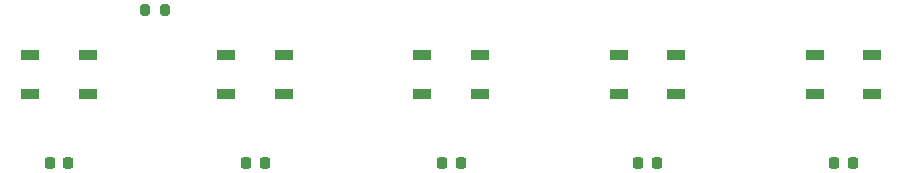
<source format=gbr>
%TF.GenerationSoftware,KiCad,Pcbnew,8.0.1*%
%TF.CreationDate,2024-03-29T21:28:49-04:00*%
%TF.ProjectId,mandreko-deej,6d616e64-7265-46b6-9f2d-6465656a2e6b,rev?*%
%TF.SameCoordinates,Original*%
%TF.FileFunction,Paste,Top*%
%TF.FilePolarity,Positive*%
%FSLAX46Y46*%
G04 Gerber Fmt 4.6, Leading zero omitted, Abs format (unit mm)*
G04 Created by KiCad (PCBNEW 8.0.1) date 2024-03-29 21:28:49*
%MOMM*%
%LPD*%
G01*
G04 APERTURE LIST*
G04 Aperture macros list*
%AMRoundRect*
0 Rectangle with rounded corners*
0 $1 Rounding radius*
0 $2 $3 $4 $5 $6 $7 $8 $9 X,Y pos of 4 corners*
0 Add a 4 corners polygon primitive as box body*
4,1,4,$2,$3,$4,$5,$6,$7,$8,$9,$2,$3,0*
0 Add four circle primitives for the rounded corners*
1,1,$1+$1,$2,$3*
1,1,$1+$1,$4,$5*
1,1,$1+$1,$6,$7*
1,1,$1+$1,$8,$9*
0 Add four rect primitives between the rounded corners*
20,1,$1+$1,$2,$3,$4,$5,0*
20,1,$1+$1,$4,$5,$6,$7,0*
20,1,$1+$1,$6,$7,$8,$9,0*
20,1,$1+$1,$8,$9,$2,$3,0*%
G04 Aperture macros list end*
%ADD10RoundRect,0.225000X-0.225000X-0.250000X0.225000X-0.250000X0.225000X0.250000X-0.225000X0.250000X0*%
%ADD11R,1.500000X0.900000*%
%ADD12RoundRect,0.200000X-0.200000X-0.275000X0.200000X-0.275000X0.200000X0.275000X-0.200000X0.275000X0*%
G04 APERTURE END LIST*
D10*
%TO.C,C1*%
X119686900Y-149500000D03*
X118136900Y-149500000D03*
%TD*%
%TO.C,C5*%
X184534000Y-149500000D03*
X186084000Y-149500000D03*
%TD*%
D11*
%TO.C,D2*%
X133061200Y-140350000D03*
X133061200Y-143650000D03*
X137961200Y-143650000D03*
X137961200Y-140350000D03*
%TD*%
D12*
%TO.C,R6*%
X126175000Y-136500000D03*
X127825000Y-136500000D03*
%TD*%
D11*
%TO.C,D5*%
X182859000Y-140350000D03*
X182859000Y-143650000D03*
X187759000Y-143650000D03*
X187759000Y-140350000D03*
%TD*%
D10*
%TO.C,C4*%
X167934700Y-149500000D03*
X169484700Y-149500000D03*
%TD*%
D11*
%TO.C,D1*%
X121361900Y-140350000D03*
X121361900Y-143650000D03*
X116461900Y-143650000D03*
X116461900Y-140350000D03*
%TD*%
%TO.C,D4*%
X166259700Y-140350000D03*
X166259700Y-143650000D03*
X171159700Y-143650000D03*
X171159700Y-140350000D03*
%TD*%
%TO.C,D3*%
X149660500Y-140350000D03*
X149660500Y-143650000D03*
X154560500Y-143650000D03*
X154560500Y-140350000D03*
%TD*%
D10*
%TO.C,C2*%
X134736200Y-149500000D03*
X136286200Y-149500000D03*
%TD*%
%TO.C,C3*%
X151335500Y-149500000D03*
X152885500Y-149500000D03*
%TD*%
M02*

</source>
